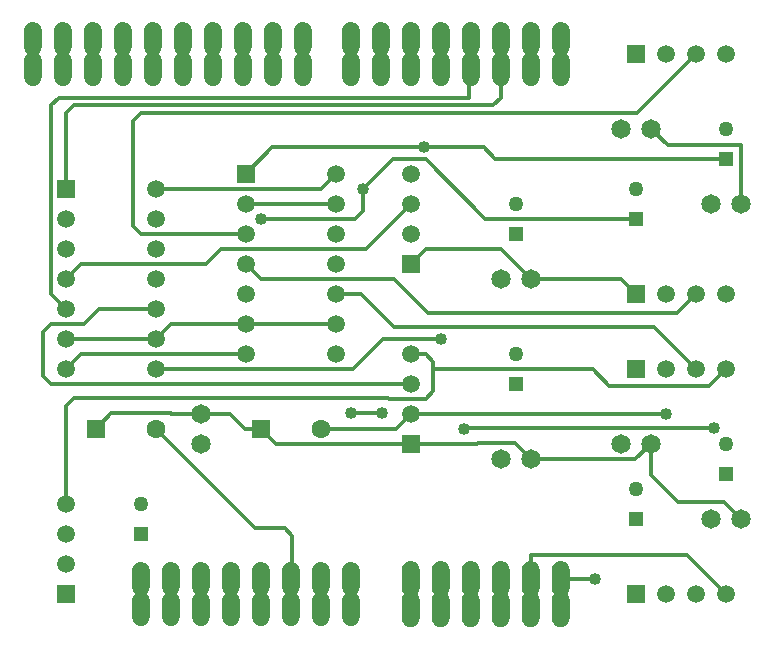
<source format=gbr>
G04 DipTrace 2.4.0.2*
%INTop.gbr*%
%MOIN*%
%ADD14C,0.013*%
%ADD16C,0.05*%
%ADD17R,0.05X0.05*%
%ADD18R,0.0591X0.0591*%
%ADD19C,0.0591*%
%ADD20C,0.065*%
%ADD21C,0.063*%
%ADD22R,0.063X0.063*%
%ADD23C,0.04*%
%FSLAX44Y44*%
G04*
G70*
G90*
G75*
G01*
%LNTop*%
%LPD*%
X25440Y20940D2*
D14*
X25995Y20385D1*
X28440D1*
Y18440D1*
X6940Y10940D2*
X7450Y11450D1*
X9445D1*
X9455Y11440D1*
X10440D1*
X8940Y18940D2*
X14440D1*
X14940Y19440D1*
X24940Y15440D2*
X24440Y15940D1*
X21440D1*
X25440Y10440D2*
Y9385D1*
X26330Y8495D1*
X27885D1*
X28440Y7940D1*
X21440Y9940D2*
X23616D1*
X23636Y9920D1*
X24920D1*
X25440Y10440D1*
X17440D2*
X19651D1*
X19670Y10460D1*
X20920D1*
X21440Y9940D1*
X12440Y10940D2*
X12950Y10430D1*
X16685D1*
X16695Y10440D1*
X17440D1*
X10440Y11440D2*
X11420D1*
X11920Y10940D1*
X12440D1*
X21440Y15940D2*
X20450Y16930D1*
X17930D1*
X17440Y16440D1*
Y13440D2*
X17930D1*
X18190Y13180D1*
Y12930D1*
Y12190D1*
X17930Y11930D1*
X16705D1*
X16675Y11960D1*
X6200D1*
X5940Y11700D1*
Y8440D1*
X21440Y5940D2*
Y6731D1*
X26650D1*
X27940Y5440D1*
Y12940D2*
X27365Y12365D1*
X24058D1*
X23493Y12930D1*
X18190D1*
X5940Y13940D2*
X8940D1*
X11940Y18440D2*
X14940D1*
X22440Y5940D2*
X23590D1*
X11940Y14440D2*
X14940D1*
X8940Y13940D2*
X9440Y14440D1*
X11940D1*
X20440Y22940D2*
Y21980D1*
X20180Y21720D1*
X6200D1*
X5940Y21460D1*
Y18940D1*
X19440Y22940D2*
X19391D1*
Y21980D1*
X5710D1*
X5450Y21720D1*
Y15430D1*
X5940Y14940D1*
X18440Y13930D2*
X16494D1*
X15503Y12940D1*
X8940D1*
X27940Y19940D2*
X20257D1*
X19872Y20325D1*
X17874D1*
X12825D1*
X11940Y19440D1*
X12430Y17930D2*
X15575D1*
X15835Y18190D1*
Y18930D1*
X16835Y19930D1*
X17930D1*
X19920Y17940D1*
X24940D1*
X27530Y10960D2*
X19223D1*
X19193Y10930D1*
X15430Y11450D2*
X16480D1*
X19193Y10930D2*
D3*
X13440Y5940D2*
D3*
X14440Y10940D2*
X16940D1*
X17440Y11440D1*
X5940Y12940D2*
X6440Y13440D1*
X11940D1*
X13440Y5940D2*
X13490D1*
Y7365D1*
X13230Y7625D1*
X12255D1*
X8940Y10940D1*
X17440Y11440D2*
X25940D1*
X11940Y16440D2*
X12450Y15930D1*
X16872D1*
X18003Y14800D1*
X26300D1*
X26940Y15440D1*
X5940Y15940D2*
X6430Y16430D1*
X10611D1*
X11111Y16930D1*
X15930D1*
X17440Y18440D1*
Y12440D2*
X5450D1*
X5190Y12700D1*
Y14170D1*
X5450Y14430D1*
X6538D1*
X7047Y14940D1*
X8940D1*
X26940Y23440D2*
X24960Y21460D1*
X8450D1*
X8190Y21200D1*
Y17700D1*
X8450Y17440D1*
X11940D1*
X14940Y15440D2*
X15771D1*
X16886Y14325D1*
X25555D1*
X26940Y12940D1*
D23*
X23590Y5940D3*
X18440Y13930D3*
X17874Y20325D3*
X12430Y17930D3*
X15835Y18930D3*
X19193Y10930D3*
X27530Y10960D3*
X16480Y11450D3*
X15430D3*
X25940Y11440D3*
G36*
X17140Y5240D2*
X17158Y5343D1*
X17210Y5433D1*
X17290Y5500D1*
X17388Y5536D1*
X17492D1*
X17590Y5500D1*
X17670Y5433D1*
X17722Y5343D1*
X17740Y5240D1*
Y4640D1*
X17722Y4538D1*
X17670Y4448D1*
X17590Y4380D1*
X17493Y4345D1*
X17388D1*
X17290Y4380D1*
X17211Y4447D1*
X17158Y4537D1*
X17140Y4640D1*
Y5240D1*
G37*
G36*
X18140D2*
X18158Y5343D1*
X18210Y5433D1*
X18290Y5500D1*
X18388Y5536D1*
X18492D1*
X18590Y5500D1*
X18670Y5433D1*
X18722Y5343D1*
X18740Y5240D1*
Y4640D1*
X18722Y4538D1*
X18670Y4448D1*
X18590Y4380D1*
X18493Y4345D1*
X18388D1*
X18290Y4380D1*
X18211Y4447D1*
X18158Y4537D1*
X18140Y4640D1*
Y5240D1*
G37*
G36*
X19140D2*
X19158Y5343D1*
X19210Y5433D1*
X19290Y5500D1*
X19388Y5536D1*
X19492D1*
X19590Y5500D1*
X19670Y5433D1*
X19722Y5343D1*
X19740Y5240D1*
Y4640D1*
X19722Y4538D1*
X19670Y4448D1*
X19590Y4380D1*
X19493Y4345D1*
X19388D1*
X19290Y4380D1*
X19211Y4447D1*
X19158Y4537D1*
X19140Y4640D1*
Y5240D1*
G37*
G36*
X20140D2*
X20158Y5343D1*
X20210Y5433D1*
X20290Y5500D1*
X20388Y5536D1*
X20492D1*
X20590Y5500D1*
X20670Y5433D1*
X20722Y5343D1*
X20740Y5240D1*
Y4640D1*
X20722Y4538D1*
X20670Y4448D1*
X20590Y4380D1*
X20493Y4345D1*
X20388D1*
X20290Y4380D1*
X20211Y4447D1*
X20158Y4537D1*
X20140Y4640D1*
Y5240D1*
G37*
G36*
X21140D2*
X21158Y5343D1*
X21210Y5433D1*
X21290Y5500D1*
X21388Y5536D1*
X21492D1*
X21590Y5500D1*
X21670Y5433D1*
X21722Y5343D1*
X21740Y5240D1*
Y4640D1*
X21722Y4538D1*
X21670Y4448D1*
X21590Y4380D1*
X21493Y4345D1*
X21388D1*
X21290Y4380D1*
X21211Y4447D1*
X21158Y4537D1*
X21140Y4640D1*
Y5240D1*
G37*
G36*
X22140D2*
X22158Y5343D1*
X22210Y5433D1*
X22290Y5500D1*
X22388Y5536D1*
X22492D1*
X22590Y5500D1*
X22670Y5433D1*
X22722Y5343D1*
X22740Y5240D1*
Y4640D1*
X22722Y4538D1*
X22670Y4448D1*
X22590Y4380D1*
X22493Y4345D1*
X22388D1*
X22290Y4380D1*
X22211Y4447D1*
X22158Y4537D1*
X22140Y4640D1*
Y5240D1*
G37*
G36*
X22727Y23653D2*
X22710Y23555D1*
X22660Y23469D1*
X22584Y23405D1*
X22490Y23371D1*
X22391Y23370D1*
X22297Y23404D1*
X22220Y23468D1*
X22171Y23555D1*
X22153Y23653D1*
Y24227D1*
X22170Y24325D1*
X22220Y24411D1*
X22296Y24476D1*
X22390Y24510D1*
X22490D1*
X22583Y24476D1*
X22660Y24412D1*
X22710Y24326D1*
X22727Y24227D1*
Y23653D1*
G37*
G36*
X21727D2*
X21710Y23555D1*
X21660Y23469D1*
X21584Y23405D1*
X21490Y23371D1*
X21391Y23370D1*
X21297Y23404D1*
X21220Y23468D1*
X21171Y23555D1*
X21153Y23653D1*
Y24227D1*
X21170Y24325D1*
X21220Y24411D1*
X21296Y24476D1*
X21390Y24510D1*
X21490D1*
X21583Y24476D1*
X21660Y24412D1*
X21710Y24326D1*
X21727Y24227D1*
Y23653D1*
G37*
G36*
X20727D2*
X20710Y23555D1*
X20660Y23469D1*
X20584Y23405D1*
X20490Y23371D1*
X20391Y23370D1*
X20297Y23404D1*
X20220Y23468D1*
X20171Y23555D1*
X20153Y23653D1*
Y24227D1*
X20170Y24325D1*
X20220Y24411D1*
X20296Y24476D1*
X20390Y24510D1*
X20490D1*
X20583Y24476D1*
X20660Y24412D1*
X20710Y24326D1*
X20727Y24227D1*
Y23653D1*
G37*
G36*
X19727D2*
X19710Y23555D1*
X19660Y23469D1*
X19584Y23405D1*
X19490Y23371D1*
X19391Y23370D1*
X19297Y23404D1*
X19220Y23468D1*
X19171Y23555D1*
X19153Y23653D1*
Y24227D1*
X19170Y24325D1*
X19220Y24411D1*
X19296Y24476D1*
X19390Y24510D1*
X19490D1*
X19583Y24476D1*
X19660Y24412D1*
X19710Y24326D1*
X19727Y24227D1*
Y23653D1*
G37*
G36*
X18727D2*
X18710Y23555D1*
X18660Y23469D1*
X18584Y23405D1*
X18490Y23371D1*
X18391Y23370D1*
X18297Y23404D1*
X18220Y23468D1*
X18171Y23555D1*
X18153Y23653D1*
Y24227D1*
X18170Y24325D1*
X18220Y24411D1*
X18296Y24476D1*
X18390Y24510D1*
X18490D1*
X18583Y24476D1*
X18660Y24412D1*
X18710Y24326D1*
X18727Y24227D1*
Y23653D1*
G37*
G36*
X17727D2*
X17710Y23555D1*
X17660Y23469D1*
X17584Y23405D1*
X17490Y23371D1*
X17391Y23370D1*
X17297Y23404D1*
X17220Y23468D1*
X17171Y23555D1*
X17153Y23653D1*
Y24227D1*
X17170Y24325D1*
X17220Y24411D1*
X17296Y24476D1*
X17390Y24510D1*
X17490D1*
X17583Y24476D1*
X17660Y24412D1*
X17710Y24326D1*
X17727Y24227D1*
Y23653D1*
G37*
G36*
X16727D2*
X16710Y23555D1*
X16660Y23469D1*
X16584Y23405D1*
X16490Y23371D1*
X16391Y23370D1*
X16297Y23404D1*
X16220Y23468D1*
X16171Y23555D1*
X16153Y23653D1*
Y24227D1*
X16170Y24325D1*
X16220Y24411D1*
X16296Y24476D1*
X16390Y24510D1*
X16490D1*
X16583Y24476D1*
X16660Y24412D1*
X16710Y24326D1*
X16727Y24227D1*
Y23653D1*
G37*
G36*
X15727D2*
X15710Y23555D1*
X15660Y23469D1*
X15584Y23405D1*
X15490Y23371D1*
X15391Y23370D1*
X15297Y23404D1*
X15220Y23468D1*
X15171Y23555D1*
X15153Y23653D1*
Y24227D1*
X15170Y24325D1*
X15220Y24411D1*
X15296Y24476D1*
X15390Y24510D1*
X15490D1*
X15583Y24476D1*
X15660Y24412D1*
X15710Y24326D1*
X15727Y24227D1*
Y23653D1*
G37*
G36*
X8153Y5227D2*
X8170Y5325D1*
X8220Y5411D1*
X8296Y5476D1*
X8390Y5510D1*
X8490D1*
X8583Y5476D1*
X8660Y5412D1*
X8710Y5326D1*
X8727Y5227D1*
Y4653D1*
X8710Y4555D1*
X8660Y4469D1*
X8584Y4405D1*
X8490Y4371D1*
X8391Y4370D1*
X8297Y4404D1*
X8220Y4468D1*
X8171Y4555D1*
X8153Y4653D1*
Y5227D1*
G37*
G36*
X9153D2*
X9170Y5325D1*
X9220Y5411D1*
X9296Y5476D1*
X9390Y5510D1*
X9490D1*
X9583Y5476D1*
X9660Y5412D1*
X9710Y5326D1*
X9727Y5227D1*
Y4653D1*
X9710Y4555D1*
X9660Y4469D1*
X9584Y4405D1*
X9490Y4371D1*
X9391Y4370D1*
X9297Y4404D1*
X9220Y4468D1*
X9171Y4555D1*
X9153Y4653D1*
Y5227D1*
G37*
G36*
X10153D2*
X10170Y5325D1*
X10220Y5411D1*
X10296Y5476D1*
X10390Y5510D1*
X10490D1*
X10583Y5476D1*
X10660Y5412D1*
X10710Y5326D1*
X10727Y5227D1*
Y4653D1*
X10710Y4555D1*
X10660Y4469D1*
X10584Y4405D1*
X10490Y4371D1*
X10391Y4370D1*
X10297Y4404D1*
X10220Y4468D1*
X10171Y4555D1*
X10153Y4653D1*
Y5227D1*
G37*
G36*
X11153D2*
X11170Y5325D1*
X11220Y5411D1*
X11296Y5476D1*
X11390Y5510D1*
X11490D1*
X11583Y5476D1*
X11660Y5412D1*
X11710Y5326D1*
X11727Y5227D1*
Y4653D1*
X11710Y4555D1*
X11660Y4469D1*
X11584Y4405D1*
X11490Y4371D1*
X11391Y4370D1*
X11297Y4404D1*
X11220Y4468D1*
X11171Y4555D1*
X11153Y4653D1*
Y5227D1*
G37*
G36*
X12153D2*
X12170Y5325D1*
X12220Y5411D1*
X12296Y5476D1*
X12390Y5510D1*
X12490D1*
X12583Y5476D1*
X12660Y5412D1*
X12710Y5326D1*
X12727Y5227D1*
Y4653D1*
X12710Y4555D1*
X12660Y4469D1*
X12584Y4405D1*
X12490Y4371D1*
X12391Y4370D1*
X12297Y4404D1*
X12220Y4468D1*
X12171Y4555D1*
X12153Y4653D1*
Y5227D1*
G37*
G36*
X13153D2*
X13170Y5325D1*
X13220Y5411D1*
X13296Y5476D1*
X13390Y5510D1*
X13490D1*
X13583Y5476D1*
X13660Y5412D1*
X13710Y5326D1*
X13727Y5227D1*
Y4653D1*
X13710Y4555D1*
X13660Y4469D1*
X13584Y4405D1*
X13490Y4371D1*
X13391Y4370D1*
X13297Y4404D1*
X13220Y4468D1*
X13171Y4555D1*
X13153Y4653D1*
Y5227D1*
G37*
G36*
X14153D2*
X14170Y5325D1*
X14220Y5411D1*
X14296Y5476D1*
X14390Y5510D1*
X14490D1*
X14583Y5476D1*
X14660Y5412D1*
X14710Y5326D1*
X14727Y5227D1*
Y4653D1*
X14710Y4555D1*
X14660Y4469D1*
X14584Y4405D1*
X14490Y4371D1*
X14391Y4370D1*
X14297Y4404D1*
X14220Y4468D1*
X14171Y4555D1*
X14153Y4653D1*
Y5227D1*
G37*
G36*
X15153D2*
X15170Y5325D1*
X15220Y5411D1*
X15296Y5476D1*
X15390Y5510D1*
X15490D1*
X15583Y5476D1*
X15660Y5412D1*
X15710Y5326D1*
X15727Y5227D1*
Y4653D1*
X15710Y4555D1*
X15660Y4469D1*
X15584Y4405D1*
X15490Y4371D1*
X15391Y4370D1*
X15297Y4404D1*
X15220Y4468D1*
X15171Y4555D1*
X15153Y4653D1*
Y5227D1*
G37*
G36*
X14127Y23653D2*
X14110Y23555D1*
X14060Y23469D1*
X13984Y23405D1*
X13890Y23371D1*
X13791Y23370D1*
X13697Y23404D1*
X13620Y23468D1*
X13571Y23555D1*
X13553Y23653D1*
Y24227D1*
X13570Y24325D1*
X13620Y24411D1*
X13696Y24476D1*
X13790Y24510D1*
X13890D1*
X13983Y24476D1*
X14060Y24412D1*
X14110Y24326D1*
X14127Y24227D1*
Y23653D1*
G37*
G36*
X13127D2*
X13110Y23555D1*
X13060Y23469D1*
X12984Y23405D1*
X12890Y23371D1*
X12791Y23370D1*
X12697Y23404D1*
X12620Y23468D1*
X12571Y23555D1*
X12553Y23653D1*
Y24227D1*
X12570Y24325D1*
X12620Y24411D1*
X12696Y24476D1*
X12790Y24510D1*
X12890D1*
X12983Y24476D1*
X13060Y24412D1*
X13110Y24326D1*
X13127Y24227D1*
Y23653D1*
G37*
G36*
X12127D2*
X12110Y23555D1*
X12060Y23469D1*
X11984Y23405D1*
X11890Y23371D1*
X11791Y23370D1*
X11697Y23404D1*
X11620Y23468D1*
X11571Y23555D1*
X11553Y23653D1*
Y24227D1*
X11570Y24325D1*
X11620Y24411D1*
X11696Y24476D1*
X11790Y24510D1*
X11890D1*
X11983Y24476D1*
X12060Y24412D1*
X12110Y24326D1*
X12127Y24227D1*
Y23653D1*
G37*
G36*
X11127D2*
X11110Y23555D1*
X11060Y23469D1*
X10984Y23405D1*
X10890Y23371D1*
X10791Y23370D1*
X10697Y23404D1*
X10620Y23468D1*
X10571Y23555D1*
X10553Y23653D1*
Y24227D1*
X10570Y24325D1*
X10620Y24411D1*
X10696Y24476D1*
X10790Y24510D1*
X10890D1*
X10983Y24476D1*
X11060Y24412D1*
X11110Y24326D1*
X11127Y24227D1*
Y23653D1*
G37*
G36*
X10127D2*
X10110Y23555D1*
X10060Y23469D1*
X9984Y23405D1*
X9890Y23371D1*
X9791Y23370D1*
X9697Y23404D1*
X9620Y23468D1*
X9571Y23555D1*
X9553Y23653D1*
Y24227D1*
X9570Y24325D1*
X9620Y24411D1*
X9696Y24476D1*
X9790Y24510D1*
X9890D1*
X9983Y24476D1*
X10060Y24412D1*
X10110Y24326D1*
X10127Y24227D1*
Y23653D1*
G37*
G36*
X9127D2*
X9110Y23555D1*
X9060Y23469D1*
X8984Y23405D1*
X8890Y23371D1*
X8791Y23370D1*
X8697Y23404D1*
X8620Y23468D1*
X8571Y23555D1*
X8553Y23653D1*
Y24227D1*
X8570Y24325D1*
X8620Y24411D1*
X8696Y24476D1*
X8790Y24510D1*
X8890D1*
X8983Y24476D1*
X9060Y24412D1*
X9110Y24326D1*
X9127Y24227D1*
Y23653D1*
G37*
G36*
X8127D2*
X8110Y23555D1*
X8060Y23469D1*
X7984Y23405D1*
X7890Y23371D1*
X7791Y23370D1*
X7697Y23404D1*
X7620Y23468D1*
X7571Y23555D1*
X7553Y23653D1*
Y24227D1*
X7570Y24325D1*
X7620Y24411D1*
X7696Y24476D1*
X7790Y24510D1*
X7890D1*
X7983Y24476D1*
X8060Y24412D1*
X8110Y24326D1*
X8127Y24227D1*
Y23653D1*
G37*
G36*
X7127D2*
X7110Y23555D1*
X7060Y23469D1*
X6984Y23405D1*
X6890Y23371D1*
X6791Y23370D1*
X6697Y23404D1*
X6620Y23468D1*
X6571Y23555D1*
X6553Y23653D1*
Y24227D1*
X6570Y24325D1*
X6620Y24411D1*
X6696Y24476D1*
X6790Y24510D1*
X6890D1*
X6983Y24476D1*
X7060Y24412D1*
X7110Y24326D1*
X7127Y24227D1*
Y23653D1*
G37*
G36*
X6127D2*
X6110Y23555D1*
X6060Y23469D1*
X5984Y23405D1*
X5890Y23371D1*
X5791Y23370D1*
X5697Y23404D1*
X5620Y23468D1*
X5571Y23555D1*
X5553Y23653D1*
Y24227D1*
X5570Y24325D1*
X5620Y24411D1*
X5696Y24476D1*
X5790Y24510D1*
X5890D1*
X5983Y24476D1*
X6060Y24412D1*
X6110Y24326D1*
X6127Y24227D1*
Y23653D1*
G37*
G36*
X5127D2*
X5110Y23555D1*
X5060Y23469D1*
X4984Y23405D1*
X4890Y23371D1*
X4791Y23370D1*
X4697Y23404D1*
X4620Y23468D1*
X4571Y23555D1*
X4553Y23653D1*
Y24227D1*
X4570Y24325D1*
X4620Y24411D1*
X4696Y24476D1*
X4790Y24510D1*
X4890D1*
X4983Y24476D1*
X5060Y24412D1*
X5110Y24326D1*
X5127Y24227D1*
Y23653D1*
G37*
G36*
X14127Y22653D2*
X14110Y22555D1*
X14060Y22469D1*
X13984Y22405D1*
X13890Y22371D1*
X13791Y22370D1*
X13697Y22404D1*
X13620Y22468D1*
X13571Y22555D1*
X13553Y22653D1*
Y23227D1*
X13570Y23325D1*
X13620Y23411D1*
X13696Y23476D1*
X13790Y23510D1*
X13890D1*
X13983Y23476D1*
X14060Y23412D1*
X14110Y23326D1*
X14127Y23227D1*
Y22653D1*
G37*
G36*
X13127D2*
X13110Y22555D1*
X13060Y22469D1*
X12984Y22405D1*
X12890Y22371D1*
X12791Y22370D1*
X12697Y22404D1*
X12620Y22468D1*
X12571Y22555D1*
X12553Y22653D1*
Y23227D1*
X12570Y23325D1*
X12620Y23411D1*
X12696Y23476D1*
X12790Y23510D1*
X12890D1*
X12983Y23476D1*
X13060Y23412D1*
X13110Y23326D1*
X13127Y23227D1*
Y22653D1*
G37*
G36*
X12127D2*
X12110Y22555D1*
X12060Y22469D1*
X11984Y22405D1*
X11890Y22371D1*
X11791Y22370D1*
X11697Y22404D1*
X11620Y22468D1*
X11571Y22555D1*
X11553Y22653D1*
Y23227D1*
X11570Y23325D1*
X11620Y23411D1*
X11696Y23476D1*
X11790Y23510D1*
X11890D1*
X11983Y23476D1*
X12060Y23412D1*
X12110Y23326D1*
X12127Y23227D1*
Y22653D1*
G37*
G36*
X11127D2*
X11110Y22555D1*
X11060Y22469D1*
X10984Y22405D1*
X10890Y22371D1*
X10791Y22370D1*
X10697Y22404D1*
X10620Y22468D1*
X10571Y22555D1*
X10553Y22653D1*
Y23227D1*
X10570Y23325D1*
X10620Y23411D1*
X10696Y23476D1*
X10790Y23510D1*
X10890D1*
X10983Y23476D1*
X11060Y23412D1*
X11110Y23326D1*
X11127Y23227D1*
Y22653D1*
G37*
G36*
X10127D2*
X10110Y22555D1*
X10060Y22469D1*
X9984Y22405D1*
X9890Y22371D1*
X9791Y22370D1*
X9697Y22404D1*
X9620Y22468D1*
X9571Y22555D1*
X9553Y22653D1*
Y23227D1*
X9570Y23325D1*
X9620Y23411D1*
X9696Y23476D1*
X9790Y23510D1*
X9890D1*
X9983Y23476D1*
X10060Y23412D1*
X10110Y23326D1*
X10127Y23227D1*
Y22653D1*
G37*
G36*
X9127D2*
X9110Y22555D1*
X9060Y22469D1*
X8984Y22405D1*
X8890Y22371D1*
X8791Y22370D1*
X8697Y22404D1*
X8620Y22468D1*
X8571Y22555D1*
X8553Y22653D1*
Y23227D1*
X8570Y23325D1*
X8620Y23411D1*
X8696Y23476D1*
X8790Y23510D1*
X8890D1*
X8983Y23476D1*
X9060Y23412D1*
X9110Y23326D1*
X9127Y23227D1*
Y22653D1*
G37*
G36*
X8127D2*
X8110Y22555D1*
X8060Y22469D1*
X7984Y22405D1*
X7890Y22371D1*
X7791Y22370D1*
X7697Y22404D1*
X7620Y22468D1*
X7571Y22555D1*
X7553Y22653D1*
Y23227D1*
X7570Y23325D1*
X7620Y23411D1*
X7696Y23476D1*
X7790Y23510D1*
X7890D1*
X7983Y23476D1*
X8060Y23412D1*
X8110Y23326D1*
X8127Y23227D1*
Y22653D1*
G37*
G36*
X7127D2*
X7110Y22555D1*
X7060Y22469D1*
X6984Y22405D1*
X6890Y22371D1*
X6791Y22370D1*
X6697Y22404D1*
X6620Y22468D1*
X6571Y22555D1*
X6553Y22653D1*
Y23227D1*
X6570Y23325D1*
X6620Y23411D1*
X6696Y23476D1*
X6790Y23510D1*
X6890D1*
X6983Y23476D1*
X7060Y23412D1*
X7110Y23326D1*
X7127Y23227D1*
Y22653D1*
G37*
G36*
X6127D2*
X6110Y22555D1*
X6060Y22469D1*
X5984Y22405D1*
X5890Y22371D1*
X5791Y22370D1*
X5697Y22404D1*
X5620Y22468D1*
X5571Y22555D1*
X5553Y22653D1*
Y23227D1*
X5570Y23325D1*
X5620Y23411D1*
X5696Y23476D1*
X5790Y23510D1*
X5890D1*
X5983Y23476D1*
X6060Y23412D1*
X6110Y23326D1*
X6127Y23227D1*
Y22653D1*
G37*
G36*
X5127D2*
X5110Y22555D1*
X5060Y22469D1*
X4984Y22405D1*
X4890Y22371D1*
X4791Y22370D1*
X4697Y22404D1*
X4620Y22468D1*
X4571Y22555D1*
X4553Y22653D1*
Y23227D1*
X4570Y23325D1*
X4620Y23411D1*
X4696Y23476D1*
X4790Y23510D1*
X4890D1*
X4983Y23476D1*
X5060Y23412D1*
X5110Y23326D1*
X5127Y23227D1*
Y22653D1*
G37*
G36*
X22727D2*
X22710Y22555D1*
X22660Y22469D1*
X22584Y22405D1*
X22490Y22371D1*
X22391Y22370D1*
X22297Y22404D1*
X22220Y22468D1*
X22171Y22555D1*
X22153Y22653D1*
Y23227D1*
X22170Y23325D1*
X22220Y23411D1*
X22296Y23476D1*
X22390Y23510D1*
X22490D1*
X22583Y23476D1*
X22660Y23412D1*
X22710Y23326D1*
X22727Y23227D1*
Y22653D1*
G37*
G36*
X21727D2*
X21710Y22555D1*
X21660Y22469D1*
X21584Y22405D1*
X21490Y22371D1*
X21391Y22370D1*
X21297Y22404D1*
X21220Y22468D1*
X21171Y22555D1*
X21153Y22653D1*
Y23227D1*
X21170Y23325D1*
X21220Y23411D1*
X21296Y23476D1*
X21390Y23510D1*
X21490D1*
X21583Y23476D1*
X21660Y23412D1*
X21710Y23326D1*
X21727Y23227D1*
Y22653D1*
G37*
G36*
X20727D2*
X20710Y22555D1*
X20660Y22469D1*
X20584Y22405D1*
X20490Y22371D1*
X20391Y22370D1*
X20297Y22404D1*
X20220Y22468D1*
X20171Y22555D1*
X20153Y22653D1*
Y23227D1*
X20170Y23325D1*
X20220Y23411D1*
X20296Y23476D1*
X20390Y23510D1*
X20490D1*
X20583Y23476D1*
X20660Y23412D1*
X20710Y23326D1*
X20727Y23227D1*
Y22653D1*
G37*
G36*
X19727D2*
X19710Y22555D1*
X19660Y22469D1*
X19584Y22405D1*
X19490Y22371D1*
X19391Y22370D1*
X19297Y22404D1*
X19220Y22468D1*
X19171Y22555D1*
X19153Y22653D1*
Y23227D1*
X19170Y23325D1*
X19220Y23411D1*
X19296Y23476D1*
X19390Y23510D1*
X19490D1*
X19583Y23476D1*
X19660Y23412D1*
X19710Y23326D1*
X19727Y23227D1*
Y22653D1*
G37*
G36*
X18727D2*
X18710Y22555D1*
X18660Y22469D1*
X18584Y22405D1*
X18490Y22371D1*
X18391Y22370D1*
X18297Y22404D1*
X18220Y22468D1*
X18171Y22555D1*
X18153Y22653D1*
Y23227D1*
X18170Y23325D1*
X18220Y23411D1*
X18296Y23476D1*
X18390Y23510D1*
X18490D1*
X18583Y23476D1*
X18660Y23412D1*
X18710Y23326D1*
X18727Y23227D1*
Y22653D1*
G37*
G36*
X17727D2*
X17710Y22555D1*
X17660Y22469D1*
X17584Y22405D1*
X17490Y22371D1*
X17391Y22370D1*
X17297Y22404D1*
X17220Y22468D1*
X17171Y22555D1*
X17153Y22653D1*
Y23227D1*
X17170Y23325D1*
X17220Y23411D1*
X17296Y23476D1*
X17390Y23510D1*
X17490D1*
X17583Y23476D1*
X17660Y23412D1*
X17710Y23326D1*
X17727Y23227D1*
Y22653D1*
G37*
G36*
X16727D2*
X16710Y22555D1*
X16660Y22469D1*
X16584Y22405D1*
X16490Y22371D1*
X16391Y22370D1*
X16297Y22404D1*
X16220Y22468D1*
X16171Y22555D1*
X16153Y22653D1*
Y23227D1*
X16170Y23325D1*
X16220Y23411D1*
X16296Y23476D1*
X16390Y23510D1*
X16490D1*
X16583Y23476D1*
X16660Y23412D1*
X16710Y23326D1*
X16727Y23227D1*
Y22653D1*
G37*
G36*
X15727D2*
X15710Y22555D1*
X15660Y22469D1*
X15584Y22405D1*
X15490Y22371D1*
X15391Y22370D1*
X15297Y22404D1*
X15220Y22468D1*
X15171Y22555D1*
X15153Y22653D1*
Y23227D1*
X15170Y23325D1*
X15220Y23411D1*
X15296Y23476D1*
X15390Y23510D1*
X15490D1*
X15583Y23476D1*
X15660Y23412D1*
X15710Y23326D1*
X15727Y23227D1*
Y22653D1*
G37*
G36*
X17140Y6240D2*
X17158Y6343D1*
X17210Y6433D1*
X17290Y6500D1*
X17388Y6536D1*
X17492D1*
X17590Y6500D1*
X17670Y6433D1*
X17722Y6343D1*
X17740Y6240D1*
Y5640D1*
X17722Y5538D1*
X17670Y5448D1*
X17590Y5380D1*
X17493Y5345D1*
X17388D1*
X17290Y5380D1*
X17211Y5447D1*
X17158Y5537D1*
X17140Y5640D1*
Y6240D1*
G37*
G36*
X18140D2*
X18158Y6343D1*
X18210Y6433D1*
X18290Y6500D1*
X18388Y6536D1*
X18492D1*
X18590Y6500D1*
X18670Y6433D1*
X18722Y6343D1*
X18740Y6240D1*
Y5640D1*
X18722Y5538D1*
X18670Y5448D1*
X18590Y5380D1*
X18493Y5345D1*
X18388D1*
X18290Y5380D1*
X18211Y5447D1*
X18158Y5537D1*
X18140Y5640D1*
Y6240D1*
G37*
G36*
X19140D2*
X19158Y6343D1*
X19210Y6433D1*
X19290Y6500D1*
X19388Y6536D1*
X19492D1*
X19590Y6500D1*
X19670Y6433D1*
X19722Y6343D1*
X19740Y6240D1*
Y5640D1*
X19722Y5538D1*
X19670Y5448D1*
X19590Y5380D1*
X19493Y5345D1*
X19388D1*
X19290Y5380D1*
X19211Y5447D1*
X19158Y5537D1*
X19140Y5640D1*
Y6240D1*
G37*
G36*
X20140D2*
X20158Y6343D1*
X20210Y6433D1*
X20290Y6500D1*
X20388Y6536D1*
X20492D1*
X20590Y6500D1*
X20670Y6433D1*
X20722Y6343D1*
X20740Y6240D1*
Y5640D1*
X20722Y5538D1*
X20670Y5448D1*
X20590Y5380D1*
X20493Y5345D1*
X20388D1*
X20290Y5380D1*
X20211Y5447D1*
X20158Y5537D1*
X20140Y5640D1*
Y6240D1*
G37*
G36*
X21140D2*
X21158Y6343D1*
X21210Y6433D1*
X21290Y6500D1*
X21388Y6536D1*
X21492D1*
X21590Y6500D1*
X21670Y6433D1*
X21722Y6343D1*
X21740Y6240D1*
Y5640D1*
X21722Y5538D1*
X21670Y5448D1*
X21590Y5380D1*
X21493Y5345D1*
X21388D1*
X21290Y5380D1*
X21211Y5447D1*
X21158Y5537D1*
X21140Y5640D1*
Y6240D1*
G37*
G36*
X22140D2*
X22158Y6343D1*
X22210Y6433D1*
X22290Y6500D1*
X22388Y6536D1*
X22492D1*
X22590Y6500D1*
X22670Y6433D1*
X22722Y6343D1*
X22740Y6240D1*
Y5640D1*
X22722Y5538D1*
X22670Y5448D1*
X22590Y5380D1*
X22493Y5345D1*
X22388D1*
X22290Y5380D1*
X22211Y5447D1*
X22158Y5537D1*
X22140Y5640D1*
Y6240D1*
G37*
G36*
X8153Y6227D2*
X8170Y6325D1*
X8220Y6411D1*
X8296Y6476D1*
X8390Y6510D1*
X8490D1*
X8583Y6476D1*
X8660Y6412D1*
X8710Y6326D1*
X8727Y6227D1*
Y5653D1*
X8710Y5555D1*
X8660Y5469D1*
X8584Y5405D1*
X8490Y5371D1*
X8391Y5370D1*
X8297Y5404D1*
X8220Y5468D1*
X8171Y5555D1*
X8153Y5653D1*
Y6227D1*
G37*
G36*
X9153D2*
X9170Y6325D1*
X9220Y6411D1*
X9296Y6476D1*
X9390Y6510D1*
X9490D1*
X9583Y6476D1*
X9660Y6412D1*
X9710Y6326D1*
X9727Y6227D1*
Y5653D1*
X9710Y5555D1*
X9660Y5469D1*
X9584Y5405D1*
X9490Y5371D1*
X9391Y5370D1*
X9297Y5404D1*
X9220Y5468D1*
X9171Y5555D1*
X9153Y5653D1*
Y6227D1*
G37*
G36*
X10153D2*
X10170Y6325D1*
X10220Y6411D1*
X10296Y6476D1*
X10390Y6510D1*
X10490D1*
X10583Y6476D1*
X10660Y6412D1*
X10710Y6326D1*
X10727Y6227D1*
Y5653D1*
X10710Y5555D1*
X10660Y5469D1*
X10584Y5405D1*
X10490Y5371D1*
X10391Y5370D1*
X10297Y5404D1*
X10220Y5468D1*
X10171Y5555D1*
X10153Y5653D1*
Y6227D1*
G37*
G36*
X11153D2*
X11170Y6325D1*
X11220Y6411D1*
X11296Y6476D1*
X11390Y6510D1*
X11490D1*
X11583Y6476D1*
X11660Y6412D1*
X11710Y6326D1*
X11727Y6227D1*
Y5653D1*
X11710Y5555D1*
X11660Y5469D1*
X11584Y5405D1*
X11490Y5371D1*
X11391Y5370D1*
X11297Y5404D1*
X11220Y5468D1*
X11171Y5555D1*
X11153Y5653D1*
Y6227D1*
G37*
G36*
X12153D2*
X12170Y6325D1*
X12220Y6411D1*
X12296Y6476D1*
X12390Y6510D1*
X12490D1*
X12583Y6476D1*
X12660Y6412D1*
X12710Y6326D1*
X12727Y6227D1*
Y5653D1*
X12710Y5555D1*
X12660Y5469D1*
X12584Y5405D1*
X12490Y5371D1*
X12391Y5370D1*
X12297Y5404D1*
X12220Y5468D1*
X12171Y5555D1*
X12153Y5653D1*
Y6227D1*
G37*
G36*
X13153D2*
X13170Y6325D1*
X13220Y6411D1*
X13296Y6476D1*
X13390Y6510D1*
X13490D1*
X13583Y6476D1*
X13660Y6412D1*
X13710Y6326D1*
X13727Y6227D1*
Y5653D1*
X13710Y5555D1*
X13660Y5469D1*
X13584Y5405D1*
X13490Y5371D1*
X13391Y5370D1*
X13297Y5404D1*
X13220Y5468D1*
X13171Y5555D1*
X13153Y5653D1*
Y6227D1*
G37*
G36*
X14153D2*
X14170Y6325D1*
X14220Y6411D1*
X14296Y6476D1*
X14390Y6510D1*
X14490D1*
X14583Y6476D1*
X14660Y6412D1*
X14710Y6326D1*
X14727Y6227D1*
Y5653D1*
X14710Y5555D1*
X14660Y5469D1*
X14584Y5405D1*
X14490Y5371D1*
X14391Y5370D1*
X14297Y5404D1*
X14220Y5468D1*
X14171Y5555D1*
X14153Y5653D1*
Y6227D1*
G37*
G36*
X15153D2*
X15170Y6325D1*
X15220Y6411D1*
X15296Y6476D1*
X15390Y6510D1*
X15490D1*
X15583Y6476D1*
X15660Y6412D1*
X15710Y6326D1*
X15727Y6227D1*
Y5653D1*
X15710Y5555D1*
X15660Y5469D1*
X15584Y5405D1*
X15490Y5371D1*
X15391Y5370D1*
X15297Y5404D1*
X15220Y5468D1*
X15171Y5555D1*
X15153Y5653D1*
Y6227D1*
G37*
D16*
X8440Y8440D3*
D17*
Y7440D3*
D16*
X20940Y18440D3*
D17*
Y17440D3*
D16*
Y13440D3*
D17*
Y12440D3*
D16*
X27940Y20940D3*
D17*
Y19940D3*
D16*
X24940Y18940D3*
D17*
Y17940D3*
D16*
X27940Y10440D3*
D17*
Y9440D3*
D16*
X24940Y8940D3*
D17*
Y7940D3*
D18*
X5940Y5440D3*
D19*
Y6440D3*
Y7440D3*
Y8440D3*
D18*
X17440Y16440D3*
D19*
Y17440D3*
Y18440D3*
Y19440D3*
D18*
Y10440D3*
D19*
Y11440D3*
Y12440D3*
Y13440D3*
D18*
X24940Y23440D3*
D19*
X25940D3*
X26940D3*
X27940D3*
D18*
X24940Y15440D3*
D19*
X25940D3*
X26940D3*
X27940D3*
D18*
X24940Y12940D3*
D19*
X25940D3*
X26940D3*
X27940D3*
D18*
X24940Y5440D3*
D19*
X25940D3*
X26940D3*
X27940D3*
D20*
X10440Y10440D3*
Y11440D3*
X20440Y15940D3*
X21440D3*
X20440Y9940D3*
X21440D3*
X27440Y18440D3*
X28440D3*
X24440Y20940D3*
X25440D3*
X27440Y7940D3*
X28440D3*
X24440Y10440D3*
X25440D3*
D18*
X5940Y18940D3*
D19*
Y17940D3*
Y16940D3*
Y15940D3*
Y14940D3*
Y13940D3*
Y12940D3*
X8940D3*
Y13940D3*
Y14940D3*
Y15940D3*
Y16940D3*
Y17940D3*
Y18940D3*
D18*
X11940Y19440D3*
D19*
Y18440D3*
Y17440D3*
Y16440D3*
Y15440D3*
Y14440D3*
Y13440D3*
X14940D3*
Y14440D3*
Y15440D3*
Y16440D3*
Y17440D3*
Y18440D3*
Y19440D3*
D21*
X8940Y10940D3*
D22*
X6940D3*
D21*
X14440D3*
D22*
X12440D3*
M02*

</source>
